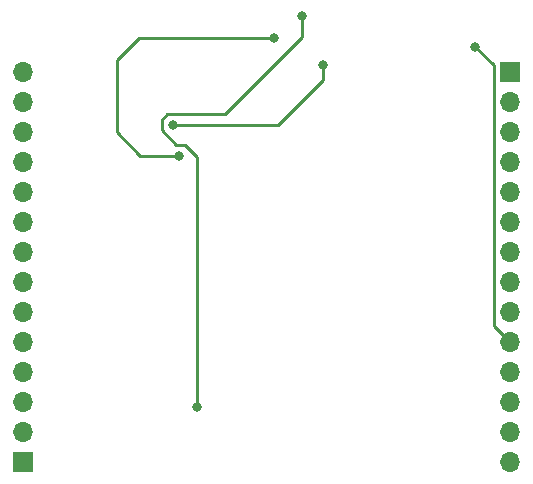
<source format=gbr>
G04 #@! TF.GenerationSoftware,KiCad,Pcbnew,(6.0.0-0)*
G04 #@! TF.CreationDate,2022-01-05T13:59:11-06:00*
G04 #@! TF.ProjectId,castellated_breakout,63617374-656c-46c6-9174-65645f627265,rev?*
G04 #@! TF.SameCoordinates,Original*
G04 #@! TF.FileFunction,Copper,L2,Bot*
G04 #@! TF.FilePolarity,Positive*
%FSLAX46Y46*%
G04 Gerber Fmt 4.6, Leading zero omitted, Abs format (unit mm)*
G04 Created by KiCad (PCBNEW (6.0.0-0)) date 2022-01-05 13:59:11*
%MOMM*%
%LPD*%
G01*
G04 APERTURE LIST*
G04 #@! TA.AperFunction,ComponentPad*
%ADD10O,1.700000X1.700000*%
G04 #@! TD*
G04 #@! TA.AperFunction,ComponentPad*
%ADD11R,1.700000X1.700000*%
G04 #@! TD*
G04 #@! TA.AperFunction,ViaPad*
%ADD12C,0.800000*%
G04 #@! TD*
G04 #@! TA.AperFunction,Conductor*
%ADD13C,0.250000*%
G04 #@! TD*
G04 APERTURE END LIST*
D10*
G04 #@! TO.P,J2,14,Pin_14*
G04 #@! TO.N,RST*
X137795000Y-80010000D03*
G04 #@! TO.P,J2,13,Pin_13*
G04 #@! TO.N,BOOT0*
X137795000Y-82550000D03*
G04 #@! TO.P,J2,12,Pin_12*
G04 #@! TO.N,RF3*
X137795000Y-85090000D03*
G04 #@! TO.P,J2,11,Pin_11*
G04 #@! TO.N,RF2*
X137795000Y-87630000D03*
G04 #@! TO.P,J2,10,Pin_10*
G04 #@! TO.N,GND*
X137795000Y-90170000D03*
G04 #@! TO.P,J2,9,Pin_9*
G04 #@! TO.N,RF1V55*
X137795000Y-92710000D03*
G04 #@! TO.P,J2,8,Pin_8*
G04 #@! TO.N,VDD*
X137795000Y-95250000D03*
G04 #@! TO.P,J2,7,Pin_7*
G04 #@! TO.N,PB2*
X137795000Y-97790000D03*
G04 #@! TO.P,J2,6,Pin_6*
G04 #@! TO.N,PB12*
X137795000Y-100330000D03*
G04 #@! TO.P,J2,5,Pin_5*
G04 #@! TO.N,RX_1*
X137795000Y-102870000D03*
G04 #@! TO.P,J2,4,Pin_4*
G04 #@! TO.N,PA11*
X137795000Y-105410000D03*
G04 #@! TO.P,J2,3,Pin_3*
G04 #@! TO.N,PA12*
X137795000Y-107950000D03*
G04 #@! TO.P,J2,2,Pin_2*
G04 #@! TO.N,SWDIO*
X137795000Y-110490000D03*
D11*
G04 #@! TO.P,J2,1,Pin_1*
G04 #@! TO.N,VBAT*
X137795000Y-113030000D03*
G04 #@! TD*
D10*
G04 #@! TO.P,J1,14,Pin_14*
G04 #@! TO.N,SWCLK*
X179070000Y-113030000D03*
G04 #@! TO.P,J1,13,Pin_13*
G04 #@! TO.N,JTDI*
X179070000Y-110490000D03*
G04 #@! TO.P,J1,12,Pin_12*
G04 #@! TO.N,DEBUG_JRST*
X179070000Y-107950000D03*
G04 #@! TO.P,J1,11,Pin_11*
G04 #@! TO.N,TX_1*
X179070000Y-105410000D03*
G04 #@! TO.P,J1,10,Pin_10*
G04 #@! TO.N,SWO*
X179070000Y-102870000D03*
G04 #@! TO.P,J1,9,Pin_9*
G04 #@! TO.N,SPI_MOSI*
X179070000Y-100330000D03*
G04 #@! TO.P,J1,8,Pin_8*
G04 #@! TO.N,SDA*
X179070000Y-97790000D03*
G04 #@! TO.P,J1,7,Pin_7*
G04 #@! TO.N,SCL*
X179070000Y-95250000D03*
G04 #@! TO.P,J1,6,Pin_6*
G04 #@! TO.N,PWR_WKUP*
X179070000Y-92710000D03*
G04 #@! TO.P,J1,5,Pin_5*
G04 #@! TO.N,SPI_CLK*
X179070000Y-90170000D03*
G04 #@! TO.P,J1,4,Pin_4*
G04 #@! TO.N,VCP_TX*
X179070000Y-87630000D03*
G04 #@! TO.P,J1,3,Pin_3*
G04 #@! TO.N,VCP_RX*
X179070000Y-85090000D03*
G04 #@! TO.P,J1,2,Pin_2*
G04 #@! TO.N,PA5*
X179070000Y-82550000D03*
D11*
G04 #@! TO.P,J1,1,Pin_1*
G04 #@! TO.N,SPI_MISO*
X179070000Y-80010000D03*
G04 #@! TD*
D12*
G04 #@! TO.N,SWCLK*
X161463197Y-75238197D03*
G04 #@! TO.N,SWO*
X176125000Y-77875000D03*
G04 #@! TO.N,VDD*
X163225000Y-79400000D03*
G04 #@! TO.N,SWCLK*
X152575000Y-108300000D03*
G04 #@! TO.N,VDD*
X150495000Y-84455000D03*
G04 #@! TO.N,SWDIO*
X159050000Y-77075000D03*
X151050000Y-87050000D03*
G04 #@! TD*
D13*
G04 #@! TO.N,SWCLK*
X161426896Y-77050000D02*
X161426896Y-75273104D01*
G04 #@! TO.N,SWO*
X176125000Y-77875000D02*
X176125000Y-77850000D01*
X177694999Y-79419999D02*
X176125000Y-77875000D01*
X177694999Y-90330045D02*
X177694999Y-79419999D01*
G04 #@! TO.N,VDD*
X163244046Y-80645000D02*
X163244046Y-79419046D01*
X163244046Y-79419046D02*
X163225000Y-79400000D01*
G04 #@! TO.N,SWCLK*
X151494001Y-86124999D02*
X152575000Y-87205998D01*
X150795997Y-86124999D02*
X151494001Y-86124999D01*
X149569999Y-84010999D02*
X149569999Y-84899001D01*
X150050999Y-83529999D02*
X149569999Y-84010999D01*
X161426896Y-77050000D02*
X154946897Y-83529999D01*
X149569999Y-84899001D02*
X150795997Y-86124999D01*
X154946897Y-83529999D02*
X150050999Y-83529999D01*
X152575000Y-87205998D02*
X152575000Y-108300000D01*
X152575000Y-108300000D02*
X152575000Y-108300000D01*
G04 #@! TO.N,SWO*
X177694999Y-101494999D02*
X179070000Y-102870000D01*
X177694999Y-90330045D02*
X177694999Y-101494999D01*
G04 #@! TO.N,VDD*
X159434046Y-84455000D02*
X163244046Y-80645000D01*
X150495000Y-84455000D02*
X159434046Y-84455000D01*
G04 #@! TO.N,SWDIO*
X151050000Y-87050000D02*
X147750000Y-87050000D01*
X147750000Y-87050000D02*
X145750000Y-85050000D01*
X147600000Y-77075000D02*
X159050000Y-77075000D01*
X145750000Y-78925000D02*
X147600000Y-77075000D01*
X145750000Y-85050000D02*
X145750000Y-78925000D01*
G04 #@! TD*
M02*

</source>
